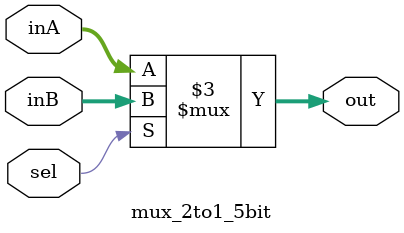
<source format=v>
module mux_2to1_5bit(out, inA, inB, sel);

    output  [4:0] out;
    
    input   [4:0] inA;
    input   [4:0] inB;
    input          sel;
	reg [4:0]out;

	always@(inA,inB,sel)
	begin
		out <= (sel == 0)? inA : inB;
	end

endmodule
</source>
